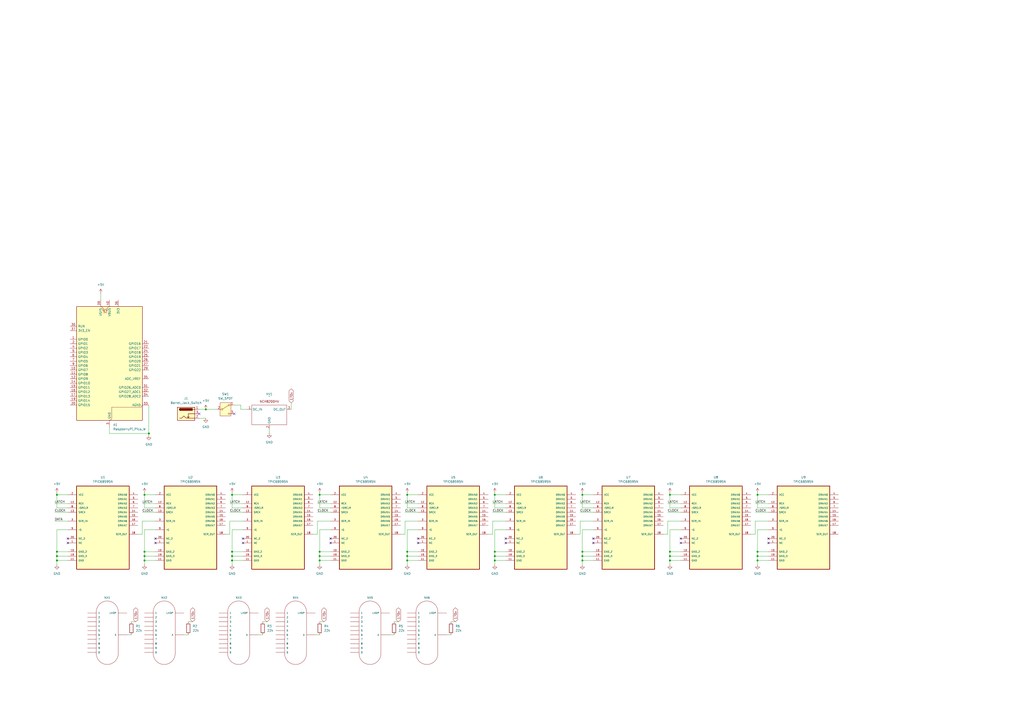
<source format=kicad_sch>
(kicad_sch (version 20250114) (generator "eeschema") (generator_version "9.0")
  (paper "A2")
  (lib_symbols
    (symbol "170v:NCH8200HV"
      (property "Reference" "HV" (at 0 3.302 0))
      (symbol "NCH8200HV_0_1"
        (rectangle (start -10.16 -1.27) (end 10.16 -12.7))
      )
      (symbol "NCH8200HV_1_1"
        (text "NCH8200HV" (at 0 0.762 0) (effects (font (size 1.27 1.27))))
        (pin power_in line (at -12.7 -3.81 0) (length 2.54) (name "DC_IN") (number "1"))
        (pin bidirectional line (at 0 -15.24 90) (length 2.54) (name "GND") (number "2"))
        (pin power_out line (at 12.7 -3.81 180) (length 2.54) (name "DC_OUT") (number "3"))
      )
    )
    (symbol "Connector:Barrel_Jack_Switch" (pin_names (hide yes))
      (property "Reference" "J" (at 0 5.334 0))
      (property "Value" "Barrel_Jack_Switch" (at 0 -5.08 0))
      (symbol "Barrel_Jack_Switch_0_1"
        (rectangle (start -5.08 3.81) (end 5.08 -3.81) (stroke (width 0.254)) (fill (type background)))
        (polyline (pts (xy -3.81 -2.54) (xy -2.54 -2.54) (xy -1.27 -1.27) (xy 0 -2.54) (xy 2.54 -2.54) (xy 5.08 -2.54)) (stroke (width 0.254)))
        (arc (start -3.302 1.905) (mid -3.9343 2.54) (end -3.302 3.175) (stroke (width 0.254)))
        (arc (start -3.302 1.905) (mid -3.9343 2.54) (end -3.302 3.175) (stroke (width 0.254)) (fill (type outline)))
        (polyline (pts (xy 1.27 -2.286) (xy 1.905 -1.651)) (stroke (width 0.254)))
        (rectangle (start 3.683 3.175) (end -3.302 1.905) (stroke (width 0.254)) (fill (type outline)))
        (polyline (pts (xy 5.08 2.54) (xy 3.81 2.54)) (stroke (width 0.254)))
        (polyline (pts (xy 5.08 0) (xy 1.27 0) (xy 1.27 -2.286) (xy 0.635 -1.651)) (stroke (width 0.254)))
      )
      (symbol "Barrel_Jack_Switch_1_1"
        (pin passive line (at 7.62 2.54 180) (length 2.54) (name "~") (number "1"))
        (pin passive line (at 7.62 0 180) (length 2.54) (name "~") (number "3"))
        (pin passive line (at 7.62 -2.54 180) (length 2.54) (name "~") (number "2"))
      )
    )
    (symbol "Device:R" (pin_numbers (hide yes)) (pin_names (offset 0))
      (property "Reference" "R" (at 2.032 0 90))
      (property "Value" "R" (at 0 0 90))
      (symbol "R_0_1"
        (rectangle (start -1.016 -2.54) (end 1.016 2.54) (stroke (width 0.254)))
      )
      (symbol "R_1_1"
        (pin passive line (at 0 3.81 270) (length 1.27) (name "~") (number "1"))
        (pin passive line (at 0 -3.81 90) (length 1.27) (name "~") (number "2"))
      )
    )
    (symbol "MCU_Module:RaspberryPi_Pico_W" (pin_names (offset 0.762))
      (property "Reference" "A" (at -19.05 35.56 0))
      (property "Value" "RaspberryPi_Pico_W" (at 7.62 35.56 0))
      (symbol "RaspberryPi_Pico_W_0_1"
        (rectangle (start -19.05 34.29) (end 19.05 -31.75) (stroke (width 0.254)) (fill (type background)))
        (polyline (pts (xy -5.08 34.29) (xy -3.81 33.655) (xy -3.81 31.75) (xy -3.175 31.75)))
        (polyline (pts (xy -3.429 32.766) (xy -3.429 33.02) (xy -3.175 33.02) (xy -3.175 30.48) (xy -2.921 30.48) (xy -2.921 30.734)))
        (polyline (pts (xy -3.175 31.75) (xy -1.905 33.02) (xy -1.905 30.48) (xy -3.175 31.75)))
        (polyline (pts (xy 0 34.29) (xy -1.27 33.655) (xy -1.27 31.75) (xy -1.905 31.75)))
        (polyline (pts (xy 0 -31.75) (xy 1.27 -31.115) (xy 1.27 -24.13) (xy 18.415 -24.13) (xy 19.05 -22.86)))
      )
      (symbol "RaspberryPi_Pico_W_1_1"
        (pin passive line (at -22.86 22.86 0) (length 3.81) (name "RUN") (number "30"))
        (pin passive line (at -22.86 20.32 0) (length 3.81) (name "3V3_EN") (number "37"))
        (pin bidirectional line (at -22.86 15.24 0) (length 3.81) (name "GPIO0") (number "1"))
        (pin bidirectional line (at -22.86 12.7 0) (length 3.81) (name "GPIO1") (number "2"))
        (pin bidirectional line (at -22.86 10.16 0) (length 3.81) (name "GPIO2") (number "4"))
        (pin bidirectional line (at -22.86 7.62 0) (length 3.81) (name "GPIO3") (number "5"))
        (pin bidirectional line (at -22.86 5.08 0) (length 3.81) (name "GPIO4") (number "6"))
        (pin bidirectional line (at -22.86 2.54 0) (length 3.81) (name "GPIO5") (number "7"))
        (pin bidirectional line (at -22.86 0 0) (length 3.81) (name "GPIO6") (number "9"))
        (pin bidirectional line (at -22.86 -2.54 0) (length 3.81) (name "GPIO7") (number "10"))
        (pin bidirectional line (at -22.86 -5.08 0) (length 3.81) (name "GPIO8") (number "11"))
        (pin bidirectional line (at -22.86 -7.62 0) (length 3.81) (name "GPIO9") (number "12"))
        (pin bidirectional line (at -22.86 -10.16 0) (length 3.81) (name "GPIO10") (number "14"))
        (pin bidirectional line (at -22.86 -12.7 0) (length 3.81) (name "GPIO11") (number "15"))
        (pin bidirectional line (at -22.86 -15.24 0) (length 3.81) (name "GPIO12") (number "16"))
        (pin bidirectional line (at -22.86 -17.78 0) (length 3.81) (name "GPIO13") (number "17"))
        (pin bidirectional line (at -22.86 -20.32 0) (length 3.81) (name "GPIO14") (number "19"))
        (pin bidirectional line (at -22.86 -22.86 0) (length 3.81) (name "GPIO15") (number "20"))
        (pin power_in line (at -5.08 38.1 270) (length 3.81) (name "VSYS") (number "39"))
        (pin power_out line (at 0 38.1 270) (length 3.81) (name "VBUS") (number "40"))
        (pin passive line (at 0 -35.56 90) (length 3.81) (hide yes) (name "GND") (number "13"))
        (pin passive line (at 0 -35.56 90) (length 3.81) (hide yes) (name "GND") (number "18"))
        (pin passive line (at 0 -35.56 90) (length 3.81) (hide yes) (name "GND") (number "23"))
        (pin passive line (at 0 -35.56 90) (length 3.81) (hide yes) (name "GND") (number "28"))
        (pin power_out line (at 0 -35.56 90) (length 3.81) (name "GND") (number "3"))
        (pin passive line (at 0 -35.56 90) (length 3.81) (hide yes) (name "GND") (number "38"))
        (pin passive line (at 0 -35.56 90) (length 3.81) (hide yes) (name "GND") (number "8"))
        (pin power_out line (at 5.08 38.1 270) (length 3.81) (name "3V3") (number "36"))
        (pin bidirectional line (at 22.86 12.7 180) (length 3.81) (name "GPIO16") (number "21"))
        (pin bidirectional line (at 22.86 10.16 180) (length 3.81) (name "GPIO17") (number "22"))
        (pin bidirectional line (at 22.86 7.62 180) (length 3.81) (name "GPIO18") (number "24"))
        (pin bidirectional line (at 22.86 5.08 180) (length 3.81) (name "GPIO19") (number "25"))
        (pin bidirectional line (at 22.86 2.54 180) (length 3.81) (name "GPIO20") (number "26"))
        (pin bidirectional line (at 22.86 0 180) (length 3.81) (name "GPIO21") (number "27"))
        (pin bidirectional line (at 22.86 -2.54 180) (length 3.81) (name "GPIO22") (number "29"))
        (pin power_in line (at 22.86 -7.62 180) (length 3.81) (name "ADC_VREF") (number "35"))
        (pin bidirectional line (at 22.86 -12.7 180) (length 3.81) (name "GPIO26_ADC0") (number "31"))
        (pin bidirectional line (at 22.86 -15.24 180) (length 3.81) (name "GPIO27_ADC1") (number "32"))
        (pin bidirectional line (at 22.86 -17.78 180) (length 3.81) (name "GPIO28_ADC2") (number "34"))
        (pin power_out line (at 22.86 -22.86 180) (length 3.81) (name "AGND") (number "33"))
      )
    )
    (symbol "Switch:SW_SPDT" (pin_names (offset 0) (hide yes))
      (property "Reference" "SW" (at 0 5.08 0))
      (property "Value" "SW_SPDT" (at 0 -5.08 0))
      (symbol "SW_SPDT_0_1"
        (circle (center -2.032 0) (radius 0.4572))
        (polyline (pts (xy -1.651 0.254) (xy 1.651 2.286)))
        (circle (center 2.032 2.54) (radius 0.4572))
        (circle (center 2.032 -2.54) (radius 0.4572))
      )
      (symbol "SW_SPDT_1_1"
        (rectangle (start -3.175 3.81) (end 3.175 -3.81) (fill (type background)))
        (pin passive line (at -5.08 0 0) (length 2.54) (name "B") (number "2"))
        (pin passive line (at 5.08 2.54 180) (length 2.54) (name "A") (number "1"))
        (pin passive line (at 5.08 -2.54 180) (length 2.54) (name "C") (number "3"))
      )
    )
    (symbol "TPIC6B595N:TPIC6B595N" (pin_names (offset 1.016))
      (property "Reference" "U" (at -5.5635 21.6698 0))
      (property "Value" "TPIC6B595N" (at -5.3165 -30.7033 0))
      (symbol "TPIC6B595N_0_0"
        (rectangle (start -15.24 -27.94) (end 15.24 20.32) (stroke (width 0.4064)) (fill (type background)))
        (pin power_in line (at -20.32 15.24 0) (length 5.08) (name "VCC") (number "2"))
        (pin input line (at -20.32 10.16 0) (length 5.08) (name "RCK") (number "12"))
        (pin input line (at -20.32 7.62 0) (length 5.08) (name "~SRCLR") (number "8"))
        (pin input line (at -20.32 5.08 0) (length 5.08) (name "SRCK") (number "13"))
        (pin input line (at -20.32 0 0) (length 5.08) (name "SER_IN") (number "3"))
        (pin input line (at -20.32 -5.08 0) (length 5.08) (name "~G") (number "9"))
        (pin no_connect line (at -20.32 -10.16 0) (length 5.08) (name "NC_2") (number "20"))
        (pin no_connect line (at -20.32 -12.7 0) (length 5.08) (name "NC") (number "1"))
        (pin passive line (at -20.32 -17.78 0) (length 5.08) (name "GND_2") (number "10"))
        (pin passive line (at -20.32 -20.32 0) (length 5.08) (name "GND_3") (number "19"))
        (pin passive line (at -20.32 -22.86 0) (length 5.08) (name "GND") (number "11"))
        (pin output line (at 20.32 15.24 180) (length 5.08) (name "DRAIN0") (number "4"))
        (pin output line (at 20.32 12.7 180) (length 5.08) (name "DRAIN1") (number "5"))
        (pin output line (at 20.32 10.16 180) (length 5.08) (name "DRAIN2") (number "6"))
        (pin output line (at 20.32 7.62 180) (length 5.08) (name "DRAIN3") (number "7"))
        (pin output line (at 20.32 5.08 180) (length 5.08) (name "DRAIN4") (number "14"))
        (pin output line (at 20.32 2.54 180) (length 5.08) (name "DRAIN5") (number "15"))
        (pin output line (at 20.32 0 180) (length 5.08) (name "DRAIN6") (number "16"))
        (pin output line (at 20.32 -2.54 180) (length 5.08) (name "DRAIN7") (number "17"))
        (pin output line (at 20.32 -7.62 180) (length 5.08) (name "SER_OUT") (number "18"))
      )
    )
    (symbol "nixies-us:IN-12BORIGINAL" (pin_numbers (hide yes)) (pin_names (offset 1.016))
      (property "Reference" "NX" (at -4.445 20.955 0))
      (symbol "IN-12BORIGINAL_1_0"
        (polyline (pts (xy -7.62 -10.795) (xy -7.62 13.335)))
        (polyline (pts (xy 5.08 -10.795) (xy 5.08 13.335)))
      )
      (symbol "IN-12BORIGINAL_1_1"
        (arc (start -7.62 13.335) (mid -1.27 19.685) (end 5.08 13.335))
        (arc (start 5.08 -10.795) (mid -1.27 -17.145) (end -7.62 -10.795))
        (pin bidirectional line (at -12.7 12.7 0) (length 5.08) (name "1") (number "1"))
        (pin bidirectional line (at -12.7 10.16 0) (length 5.08) (name "2") (number "2"))
        (pin bidirectional line (at -12.7 7.62 0) (length 5.08) (name "3") (number "3"))
        (pin bidirectional line (at -12.7 5.08 0) (length 5.08) (name "4") (number "4"))
        (pin bidirectional line (at -12.7 2.54 0) (length 5.08) (name "5") (number "5"))
        (pin bidirectional line (at -12.7 0 0) (length 5.08) (name "6") (number "6"))
        (pin bidirectional line (at -12.7 -2.54 0) (length 5.08) (name "7") (number "7"))
        (pin bidirectional line (at -12.7 -5.08 0) (length 5.08) (name "8") (number "8"))
        (pin bidirectional line (at -12.7 -7.62 0) (length 5.08) (name "9") (number "9"))
        (pin bidirectional line (at -12.7 -10.16 0) (length 5.08) (name "0") (number "0"))
        (pin bidirectional line (at 10.16 12.7 180) (length 5.08) (name "LHDP") (number "LHDP"))
        (pin bidirectional line (at 10.16 0 180) (length 5.08) (name "A") (number "A"))
      )
    )
    (symbol "power:+5V" (power) (pin_numbers (hide yes)) (pin_names (offset 0) (hide yes))
      (property "Value" "+5V" (at 0 3.556 0))
      (symbol "+5V_0_1"
        (polyline (pts (xy -0.762 1.27) (xy 0 2.54)))
        (polyline (pts (xy 0 2.54) (xy 0.762 1.27)))
        (polyline (pts (xy 0 0) (xy 0 2.54)))
      )
      (symbol "+5V_1_1"
        (pin power_in line (at 0 0 90) (length 0) (name "~") (number "1"))
      )
    )
    (symbol "power:GND" (power) (pin_numbers (hide yes)) (pin_names (offset 0) (hide yes))
      (property "Value" "GND" (at 0 -3.81 0))
      (symbol "GND_0_1"
        (polyline (pts (xy 0 0) (xy 0 -1.27) (xy 1.27 -1.27) (xy 0 -2.54) (xy -1.27 -1.27) (xy 0 -1.27)))
      )
      (symbol "GND_1_1"
        (pin power_in line (at 0 0 270) (length 0) (name "~") (number "1"))
      )
    )
  )
  (junction (at 33.02 322.58))
  (junction (at 439.42 320.04))
  (junction (at 236.22 325.12))
  (junction (at 134.62 325.12))
  (junction (at 287.02 322.58))
  (junction (at 83.82 325.12))
  (junction (at 185.42 287.02))
  (junction (at 439.42 287.02))
  (junction (at 185.42 325.12))
  (junction (at 185.42 322.58))
  (junction (at 185.42 320.04))
  (junction (at 119.38 237.49))
  (junction (at 439.42 322.58))
  (junction (at 134.62 322.58))
  (junction (at 33.02 320.04))
  (junction (at 388.62 320.04))
  (junction (at 388.62 322.58))
  (junction (at 33.02 325.12))
  (junction (at 388.62 325.12))
  (junction (at 439.42 325.12))
  (junction (at 337.82 287.02))
  (junction (at 388.62 287.02))
  (junction (at 236.22 287.02))
  (junction (at 337.82 325.12))
  (junction (at 134.62 287.02))
  (junction (at 287.02 325.12))
  (junction (at 83.82 322.58))
  (junction (at 337.82 322.58))
  (junction (at 236.22 322.58))
  (junction (at 287.02 320.04))
  (junction (at 134.62 320.04))
  (junction (at 33.02 287.02))
  (junction (at 83.82 320.04))
  (junction (at 337.82 320.04))
  (junction (at 83.82 287.02))
  (junction (at 236.22 320.04))
  (junction (at 86.36 251.46))
  (junction (at 287.02 287.02))
  (no_connect (at 140.97 314.96))
  (no_connect (at 90.17 314.96))
  (no_connect (at 191.77 314.96))
  (no_connect (at 394.97 312.42))
  (no_connect (at 344.17 314.96))
  (no_connect (at 445.77 312.42))
  (no_connect (at 140.97 312.42))
  (no_connect (at 115.57 240.03))
  (no_connect (at 344.17 312.42))
  (no_connect (at 39.37 314.96))
  (no_connect (at 39.37 312.42))
  (no_connect (at 242.57 314.96))
  (no_connect (at 135.89 240.03))
  (no_connect (at 191.77 312.42))
  (no_connect (at 445.77 314.96))
  (no_connect (at 90.17 312.42))
  (no_connect (at 394.97 314.96))
  (no_connect (at 293.37 312.42))
  (no_connect (at 242.57 312.42))
  (no_connect (at 293.37 314.96))
  (wire (pts (xy 31.75 292.1) (xy 39.37 292.1)))
  (wire (pts (xy 33.02 287.02) (xy 33.02 285.75)))
  (wire (pts (xy 344.17 307.34) (xy 337.82 307.34)))
  (wire (pts (xy 31.75 297.18) (xy 39.37 297.18)))
  (wire (pts (xy 388.62 320.04) (xy 388.62 322.58)))
  (wire (pts (xy 388.62 294.64) (xy 388.62 287.02)))
  (wire (pts (xy 140.97 307.34) (xy 134.62 307.34)))
  (wire (pts (xy 185.42 287.02) (xy 185.42 285.75)))
  (wire (pts (xy 285.75 302.26) (xy 293.37 302.26)))
  (wire (pts (xy 83.82 322.58) (xy 90.17 322.58)))
  (wire (pts (xy 287.02 322.58) (xy 287.02 325.12)))
  (wire (pts (xy 334.01 309.88) (xy 336.55 309.88)))
  (wire (pts (xy 33.02 325.12) (xy 33.02 327.66)))
  (wire (pts (xy 140.97 287.02) (xy 134.62 287.02)))
  (wire (pts (xy 336.55 309.88) (xy 336.55 302.26)))
  (wire (pts (xy 236.22 322.58) (xy 236.22 325.12)))
  (wire (pts (xy 283.21 309.88) (xy 285.75 309.88)))
  (wire (pts (xy 228.6 360.68) (xy 231.14 360.68)))
  (wire (pts (xy 115.57 242.57) (xy 119.38 242.57)))
  (wire (pts (xy 134.62 325.12) (xy 134.62 327.66)))
  (wire (pts (xy 236.22 320.04) (xy 236.22 322.58)))
  (wire (pts (xy 287.02 322.58) (xy 293.37 322.58)))
  (wire (pts (xy 168.91 233.68) (xy 168.91 237.49)))
  (wire (pts (xy 232.41 309.88) (xy 234.95 309.88)))
  (wire (pts (xy 388.62 325.12) (xy 394.97 325.12)))
  (wire (pts (xy 149.86 368.3) (xy 152.4 368.3)))
  (wire (pts (xy 184.15 297.18) (xy 191.77 297.18)))
  (wire (pts (xy 435.61 309.88) (xy 438.15 309.88)))
  (wire (pts (xy 33.02 320.04) (xy 39.37 320.04)))
  (wire (pts (xy 39.37 307.34) (xy 33.02 307.34)))
  (wire (pts (xy 336.55 292.1) (xy 344.17 292.1)))
  (wire (pts (xy 445.77 294.64) (xy 439.42 294.64)))
  (wire (pts (xy 344.17 287.02) (xy 337.82 287.02)))
  (wire (pts (xy 135.89 234.95) (xy 139.7 234.95)))
  (wire (pts (xy 287.02 325.12) (xy 287.02 327.66)))
  (wire (pts (xy 90.17 294.64) (xy 83.82 294.64)))
  (wire (pts (xy 90.17 307.34) (xy 83.82 307.34)))
  (wire (pts (xy 337.82 294.64) (xy 337.82 287.02)))
  (wire (pts (xy 152.4 360.68) (xy 154.94 360.68)))
  (wire (pts (xy 185.42 320.04) (xy 191.77 320.04)))
  (wire (pts (xy 439.42 294.64) (xy 439.42 287.02)))
  (wire (pts (xy 83.82 320.04) (xy 90.17 320.04)))
  (wire (pts (xy 191.77 294.64) (xy 185.42 294.64)))
  (wire (pts (xy 387.35 292.1) (xy 394.97 292.1)))
  (wire (pts (xy 387.35 297.18) (xy 394.97 297.18)))
  (wire (pts (xy 438.15 292.1) (xy 445.77 292.1)))
  (wire (pts (xy 236.22 325.12) (xy 242.57 325.12)))
  (wire (pts (xy 439.42 322.58) (xy 439.42 325.12)))
  (wire (pts (xy 133.35 292.1) (xy 140.97 292.1)))
  (wire (pts (xy 439.42 287.02) (xy 439.42 285.75)))
  (wire (pts (xy 134.62 325.12) (xy 140.97 325.12)))
  (wire (pts (xy 285.75 309.88) (xy 285.75 302.26)))
  (wire (pts (xy 185.42 320.04) (xy 185.42 322.58)))
  (wire (pts (xy 287.02 325.12) (xy 293.37 325.12)))
  (wire (pts (xy 242.57 307.34) (xy 236.22 307.34)))
  (wire (pts (xy 33.02 320.04) (xy 33.02 322.58)))
  (wire (pts (xy 439.42 320.04) (xy 439.42 322.58)))
  (wire (pts (xy 82.55 292.1) (xy 90.17 292.1)))
  (wire (pts (xy 287.02 307.34) (xy 287.02 320.04)))
  (wire (pts (xy 184.15 302.26) (xy 191.77 302.26)))
  (wire (pts (xy 83.82 322.58) (xy 83.82 325.12)))
  (wire (pts (xy 242.57 294.64) (xy 236.22 294.64)))
  (wire (pts (xy 285.75 292.1) (xy 293.37 292.1)))
  (wire (pts (xy 63.5 251.46) (xy 86.36 251.46)))
  (wire (pts (xy 337.82 320.04) (xy 337.82 322.58)))
  (wire (pts (xy 387.35 302.26) (xy 394.97 302.26)))
  (wire (pts (xy 73.66 368.3) (xy 76.2 368.3)))
  (wire (pts (xy 90.17 287.02) (xy 83.82 287.02)))
  (wire (pts (xy 234.95 292.1) (xy 242.57 292.1)))
  (wire (pts (xy 83.82 325.12) (xy 83.82 327.66)))
  (wire (pts (xy 388.62 307.34) (xy 388.62 320.04)))
  (wire (pts (xy 33.02 307.34) (xy 33.02 320.04)))
  (wire (pts (xy 285.75 297.18) (xy 293.37 297.18)))
  (wire (pts (xy 182.88 368.3) (xy 185.42 368.3)))
  (wire (pts (xy 80.01 309.88) (xy 82.55 309.88)))
  (wire (pts (xy 185.42 322.58) (xy 185.42 325.12)))
  (wire (pts (xy 134.62 322.58) (xy 140.97 322.58)))
  (wire (pts (xy 109.22 360.68) (xy 111.76 360.68)))
  (wire (pts (xy 31.75 302.26) (xy 39.37 302.26)))
  (wire (pts (xy 185.42 325.12) (xy 191.77 325.12)))
  (wire (pts (xy 185.42 322.58) (xy 191.77 322.58)))
  (wire (pts (xy 438.15 309.88) (xy 438.15 302.26)))
  (wire (pts (xy 388.62 325.12) (xy 388.62 327.66)))
  (wire (pts (xy 139.7 237.49) (xy 143.51 237.49)))
  (wire (pts (xy 344.17 294.64) (xy 337.82 294.64)))
  (wire (pts (xy 140.97 294.64) (xy 134.62 294.64)))
  (wire (pts (xy 439.42 322.58) (xy 445.77 322.58)))
  (wire (pts (xy 181.61 309.88) (xy 184.15 309.88)))
  (wire (pts (xy 185.42 325.12) (xy 185.42 327.66)))
  (wire (pts (xy 445.77 307.34) (xy 439.42 307.34)))
  (wire (pts (xy 83.82 307.34) (xy 83.82 320.04)))
  (wire (pts (xy 83.82 294.64) (xy 83.82 287.02)))
  (wire (pts (xy 388.62 322.58) (xy 388.62 325.12)))
  (wire (pts (xy 439.42 320.04) (xy 445.77 320.04)))
  (wire (pts (xy 384.81 309.88) (xy 387.35 309.88)))
  (wire (pts (xy 293.37 307.34) (xy 287.02 307.34)))
  (wire (pts (xy 387.35 309.88) (xy 387.35 302.26)))
  (wire (pts (xy 133.35 297.18) (xy 140.97 297.18)))
  (wire (pts (xy 293.37 294.64) (xy 287.02 294.64)))
  (wire (pts (xy 337.82 320.04) (xy 344.17 320.04)))
  (wire (pts (xy 39.37 294.64) (xy 33.02 294.64)))
  (wire (pts (xy 236.22 287.02) (xy 236.22 285.75)))
  (wire (pts (xy 130.81 309.88) (xy 133.35 309.88)))
  (wire (pts (xy 106.68 368.3) (xy 109.22 368.3)))
  (wire (pts (xy 185.42 294.64) (xy 185.42 287.02)))
  (wire (pts (xy 76.2 360.68) (xy 78.74 360.68)))
  (wire (pts (xy 439.42 325.12) (xy 439.42 327.66)))
  (wire (pts (xy 134.62 320.04) (xy 134.62 322.58)))
  (wire (pts (xy 82.55 297.18) (xy 90.17 297.18)))
  (wire (pts (xy 439.42 307.34) (xy 439.42 320.04)))
  (wire (pts (xy 33.02 294.64) (xy 33.02 287.02)))
  (wire (pts (xy 185.42 307.34) (xy 185.42 320.04)))
  (wire (pts (xy 33.02 325.12) (xy 39.37 325.12)))
  (wire (pts (xy 58.42 170.18) (xy 58.42 173.99)))
  (wire (pts (xy 236.22 307.34) (xy 236.22 320.04)))
  (wire (pts (xy 115.57 237.49) (xy 119.38 237.49)))
  (wire (pts (xy 184.15 292.1) (xy 191.77 292.1)))
  (wire (pts (xy 337.82 287.02) (xy 337.82 285.75)))
  (wire (pts (xy 134.62 322.58) (xy 134.62 325.12)))
  (wire (pts (xy 82.55 302.26) (xy 90.17 302.26)))
  (wire (pts (xy 82.55 309.88) (xy 82.55 302.26)))
  (wire (pts (xy 388.62 287.02) (xy 388.62 285.75)))
  (wire (pts (xy 185.42 360.68) (xy 187.96 360.68)))
  (wire (pts (xy 337.82 322.58) (xy 344.17 322.58)))
  (wire (pts (xy 293.37 287.02) (xy 287.02 287.02)))
  (wire (pts (xy 134.62 307.34) (xy 134.62 320.04)))
  (wire (pts (xy 236.22 320.04) (xy 242.57 320.04)))
  (wire (pts (xy 134.62 320.04) (xy 140.97 320.04)))
  (wire (pts (xy 337.82 325.12) (xy 344.17 325.12)))
  (wire (pts (xy 388.62 320.04) (xy 394.97 320.04)))
  (wire (pts (xy 191.77 307.34) (xy 185.42 307.34)))
  (wire (pts (xy 337.82 325.12) (xy 337.82 327.66)))
  (wire (pts (xy 63.5 247.65) (xy 63.5 251.46)))
  (wire (pts (xy 236.22 322.58) (xy 242.57 322.58)))
  (wire (pts (xy 33.02 322.58) (xy 39.37 322.58)))
  (wire (pts (xy 119.38 237.49) (xy 125.73 237.49)))
  (wire (pts (xy 394.97 287.02) (xy 388.62 287.02)))
  (wire (pts (xy 337.82 322.58) (xy 337.82 325.12)))
  (wire (pts (xy 439.42 325.12) (xy 445.77 325.12)))
  (wire (pts (xy 259.08 368.3) (xy 261.62 368.3)))
  (wire (pts (xy 134.62 294.64) (xy 134.62 287.02)))
  (wire (pts (xy 438.15 302.26) (xy 445.77 302.26)))
  (wire (pts (xy 261.62 360.68) (xy 264.16 360.68)))
  (wire (pts (xy 242.57 287.02) (xy 236.22 287.02)))
  (wire (pts (xy 83.82 320.04) (xy 83.82 322.58)))
  (wire (pts (xy 33.02 322.58) (xy 33.02 325.12)))
  (wire (pts (xy 39.37 287.02) (xy 33.02 287.02)))
  (wire (pts (xy 184.15 309.88) (xy 184.15 302.26)))
  (wire (pts (xy 133.35 302.26) (xy 140.97 302.26)))
  (wire (pts (xy 438.15 297.18) (xy 445.77 297.18)))
  (wire (pts (xy 394.97 294.64) (xy 388.62 294.64)))
  (wire (pts (xy 287.02 294.64) (xy 287.02 287.02)))
  (wire (pts (xy 134.62 287.02) (xy 134.62 285.75)))
  (wire (pts (xy 226.06 368.3) (xy 228.6 368.3)))
  (wire (pts (xy 236.22 325.12) (xy 236.22 327.66)))
  (wire (pts (xy 86.36 251.46) (xy 86.36 252.73)))
  (wire (pts (xy 287.02 320.04) (xy 287.02 322.58)))
  (wire (pts (xy 234.95 302.26) (xy 242.57 302.26)))
  (wire (pts (xy 445.77 287.02) (xy 439.42 287.02)))
  (wire (pts (xy 156.21 248.92) (xy 156.21 251.46)))
  (wire (pts (xy 234.95 309.88) (xy 234.95 302.26)))
  (wire (pts (xy 337.82 307.34) (xy 337.82 320.04)))
  (wire (pts (xy 83.82 287.02) (xy 83.82 285.75)))
  (wire (pts (xy 83.82 325.12) (xy 90.17 325.12)))
  (wire (pts (xy 394.97 307.34) (xy 388.62 307.34)))
  (wire (pts (xy 287.02 320.04) (xy 293.37 320.04)))
  (wire (pts (xy 191.77 287.02) (xy 185.42 287.02)))
  (wire (pts (xy 234.95 297.18) (xy 242.57 297.18)))
  (wire (pts (xy 133.35 309.88) (xy 133.35 302.26)))
  (wire (pts (xy 287.02 287.02) (xy 287.02 285.75)))
  (wire (pts (xy 388.62 322.58) (xy 394.97 322.58)))
  (wire (pts (xy 139.7 234.95) (xy 139.7 237.49)))
  (wire (pts (xy 336.55 297.18) (xy 344.17 297.18)))
  (wire (pts (xy 86.36 251.46) (xy 86.36 234.95)))
  (wire (pts (xy 236.22 294.64) (xy 236.22 287.02)))
  (wire (pts (xy 336.55 302.26) (xy 344.17 302.26)))
  (label "LATCH" (at 336.55 292.1 0))
  (label "LATCH" (at 234.95 292.1 0))
  (label "DATA" (at 31.75 302.26 0))
  (label "CLOCK" (at 82.55 297.18 0))
  (label "LATCH" (at 133.35 292.1 0))
  (label "CLOCK" (at 133.35 297.18 0))
  (label "CLOCK" (at 336.55 297.18 0))
  (label "LATCH" (at 82.55 292.1 0))
  (label "LATCH" (at 31.75 292.1 0))
  (label "LATCH" (at 438.15 292.1 0))
  (label "CLOCK" (at 31.75 297.18 0))
  (label "CLOCK" (at 438.15 297.18 0))
  (label "LATCH" (at 387.35 292.1 0))
  (label "CLOCK" (at 285.75 297.18 0))
  (label "LATCH" (at 285.75 292.1 0))
  (label "CLOCK" (at 234.95 297.18 0))
  (label "LATCH" (at 184.15 292.1 0))
  (label "CLOCK" (at 387.35 297.18 0))
  (label "CLOCK" (at 184.15 297.18 0))
  (global_label "170v" (shape tri_state) (at 168.91 233.68 90) (property "Intersheetrefs" "${INTERSHEET_REFS}" (effects (hide yes))))
  (global_label "170v" (shape tri_state) (at 154.94 360.68 90) (property "Intersheetrefs" "${INTERSHEET_REFS}" (effects (hide yes))))
  (global_label "170v" (shape tri_state) (at 231.14 360.68 90) (property "Intersheetrefs" "${INTERSHEET_REFS}" (effects (hide yes))))
  (global_label "170v" (shape tri_state) (at 264.16 360.68 90) (property "Intersheetrefs" "${INTERSHEET_REFS}" (effects (hide yes))))
  (global_label "170v" (shape tri_state) (at 111.76 360.68 90) (property "Intersheetrefs" "${INTERSHEET_REFS}" (effects (hide yes))))
  (global_label "170v" (shape tri_state) (at 78.74 360.68 90) (property "Intersheetrefs" "${INTERSHEET_REFS}" (effects (hide yes))))
  (global_label "170v" (shape tri_state) (at 187.96 360.68 90) (property "Intersheetrefs" "${INTERSHEET_REFS}" (effects (hide yes))))
  (symbol (lib_id "Device:R") (at 261.62 364.49 0) (unit 1)
    (property "Reference" "R6" (at 264.16 363.2199 0) (effects (justify left)))
    (property "Value" "22k" (at 264.16 365.7599 0) (effects (justify left)))
    (property "Footprint" "Resistor_THT:R_Axial_DIN0207_L6.3mm_D2.5mm_P10.16mm_Horizontal" (effects (hide yes)))
    (property "Description" "Resistor" (effects (hide yes)))
  )
  (symbol (lib_id "power:+5V") (at 83.82 285.75 0) (unit 1)
    (property "Reference" "#PWR03" (effects (hide yes)))
    (property "Value" "+5V" (at 83.82 280.67 0))
    (property "Description" "Power symbol creates a global label with name \"+5V\"" (effects (hide yes)))
  )
  (symbol (lib_id "power:GND") (at 236.22 327.66 0) (unit 1)
    (property "Reference" "#PWR010" (effects (hide yes)))
    (property "Value" "GND" (at 236.22 332.74 0))
    (property "Description" "Power symbol creates a global label with name \"GND\" , ground" (effects (hide yes)))
  )
  (symbol (lib_id "TPIC6B595N:TPIC6B595N") (at 212.09 302.26 0) (unit 1)
    (property "Reference" "U4" (at 212.09 276.86 0))
    (property "Value" "TPIC6B595N" (at 212.09 279.4 0))
    (property "Footprint" "TPIC6B595N:DIP254P762X508-20" (effects (hide yes)))
    (property "SUPPLIER" "Texas Instruments" (effects (hide yes)))
    (property "MPN" "TPIC6B595N" (effects (hide yes)))
    (property "OC_NEWARK" "15M1973" (effects (hide yes)))
    (property "OC_FARNELL" "1287675" (effects (hide yes)))
    (property "PACKAGE" "PDIP-20" (effects (hide yes)))
  )
  (symbol (lib_id "power:+5V") (at 287.02 285.75 0) (unit 1)
    (property "Reference" "#PWR011" (effects (hide yes)))
    (property "Value" "+5V" (at 287.02 280.67 0))
    (property "Description" "Power symbol creates a global label with name \"+5V\"" (effects (hide yes)))
  )
  (symbol (lib_id "Switch:SW_SPDT") (at 130.81 237.49 0) (unit 1)
    (property "Reference" "SW1" (at 130.81 228.6 0))
    (property "Value" "SW_SPDT" (at 130.81 231.14 0))
    (property "Footprint" "500SSP3S1M6QEA:SW_500SSP3S1M6QEA" (effects (hide yes)))
    (property "Description" "Switch, single pole double throw" (effects (hide yes)))
  )
  (symbol (lib_id "power:+5V") (at 388.62 285.75 0) (unit 1)
    (property "Reference" "#PWR015" (effects (hide yes)))
    (property "Value" "+5V" (at 388.62 280.67 0))
    (property "Description" "Power symbol creates a global label with name \"+5V\"" (effects (hide yes)))
  )
  (symbol (lib_id "nixies-us:IN-12BORIGINAL") (at 248.92 368.3 0) (unit 1)
    (property "Reference" "NX6" (at 247.65 346.71 0) (effects (font (size 1.143 1.143))))
    (property "Value" "IN-12BORIGINAL" (effects (hide yes)))
    (property "Footprint" "nixies-us:nixies-us-IN-12-DSUB" (effects (hide yes)))
  )
  (symbol (lib_id "power:+5V") (at 33.02 285.75 0) (unit 1)
    (property "Reference" "#PWR02" (effects (hide yes)))
    (property "Value" "+5V" (at 33.02 280.67 0))
    (property "Description" "Power symbol creates a global label with name \"+5V\"" (effects (hide yes)))
  )
  (symbol (lib_id "Device:R") (at 228.6 364.49 0) (unit 1)
    (property "Reference" "R5" (at 231.14 363.2199 0) (effects (justify left)))
    (property "Value" "22k" (at 231.14 365.7599 0) (effects (justify left)))
    (property "Footprint" "Resistor_THT:R_Axial_DIN0207_L6.3mm_D2.5mm_P10.16mm_Horizontal" (effects (hide yes)))
    (property "Description" "Resistor" (effects (hide yes)))
  )
  (symbol (lib_id "power:GND") (at 287.02 327.66 0) (unit 1)
    (property "Reference" "#PWR012" (effects (hide yes)))
    (property "Value" "GND" (at 287.02 332.74 0))
    (property "Description" "Power symbol creates a global label with name \"GND\" , ground" (effects (hide yes)))
  )
  (symbol (lib_id "power:+5V") (at 134.62 285.75 0) (unit 1)
    (property "Reference" "#PWR05" (effects (hide yes)))
    (property "Value" "+5V" (at 134.62 280.67 0))
    (property "Description" "Power symbol creates a global label with name \"+5V\"" (effects (hide yes)))
  )
  (symbol (lib_id "MCU_Module:RaspberryPi_Pico_W") (at 63.5 212.09 0) (unit 1)
    (property "Reference" "A1" (at 65.6433 246.38 0) (effects (justify left)))
    (property "Value" "RaspberryPi_Pico_W" (at 65.6433 248.92 0) (effects (justify left)))
    (property "Footprint" "Module:RaspberryPi_Pico_W_SMD_HandSolder" (effects (hide yes)))
    (property "Datasheet" "https://datasheets.raspberrypi.com/picow/pico-w-datasheet.pdf" (effects (hide yes)))
    (property "Description" "Versatile and inexpensive wireless microcontroller module powered by RP2040 dual-core Arm Cortex-M0+ processor up to 133 MHz, 264kB SRAM, 2MB QSPI flash, Infineon CYW43439 2.4GHz 802.11n wireless LAN; also supports Raspberry Pi Pico 2 W" (effects (hide yes)))
  )
  (symbol (lib_id "TPIC6B595N:TPIC6B595N") (at 466.09 302.26 0) (unit 1)
    (property "Reference" "U9" (at 466.09 276.86 0))
    (property "Value" "TPIC6B595N" (at 466.09 279.4 0))
    (property "Footprint" "TPIC6B595N:DIP254P762X508-20" (effects (hide yes)))
    (property "SUPPLIER" "Texas Instruments" (effects (hide yes)))
    (property "MPN" "TPIC6B595N" (effects (hide yes)))
    (property "OC_NEWARK" "15M1973" (effects (hide yes)))
    (property "OC_FARNELL" "1287675" (effects (hide yes)))
    (property "PACKAGE" "PDIP-20" (effects (hide yes)))
  )
  (symbol (lib_id "TPIC6B595N:TPIC6B595N") (at 415.29 302.26 0) (unit 1)
    (property "Reference" "U8" (at 415.29 276.86 0))
    (property "Value" "TPIC6B595N" (at 415.29 279.4 0))
    (property "Footprint" "TPIC6B595N:DIP254P762X508-20" (effects (hide yes)))
    (property "SUPPLIER" "Texas Instruments" (effects (hide yes)))
    (property "MPN" "TPIC6B595N" (effects (hide yes)))
    (property "OC_NEWARK" "15M1973" (effects (hide yes)))
    (property "OC_FARNELL" "1287675" (effects (hide yes)))
    (property "PACKAGE" "PDIP-20" (effects (hide yes)))
  )
  (symbol (lib_id "Device:R") (at 76.2 364.49 0) (unit 1)
    (property "Reference" "R1" (at 78.74 363.2199 0) (effects (justify left)))
    (property "Value" "22k" (at 78.74 365.7599 0) (effects (justify left)))
    (property "Footprint" "Resistor_THT:R_Axial_DIN0207_L6.3mm_D2.5mm_P10.16mm_Horizontal" (effects (hide yes)))
    (property "Description" "Resistor" (effects (hide yes)))
  )
  (symbol (lib_id "power:+5V") (at 58.42 170.18 0) (unit 1)
    (property "Reference" "#PWR021" (effects (hide yes)))
    (property "Value" "+5V" (at 58.42 165.1 0))
    (property "Description" "Power symbol creates a global label with name \"+5V\"" (effects (hide yes)))
  )
  (symbol (lib_id "power:+5V") (at 119.38 237.49 0) (unit 1)
    (property "Reference" "#PWR019" (effects (hide yes)))
    (property "Value" "+5V" (at 119.38 232.41 0))
    (property "Description" "Power symbol creates a global label with name \"+5V\"" (effects (hide yes)))
  )
  (symbol (lib_id "power:+5V") (at 337.82 285.75 0) (unit 1)
    (property "Reference" "#PWR013" (effects (hide yes)))
    (property "Value" "+5V" (at 337.82 280.67 0))
    (property "Description" "Power symbol creates a global label with name \"+5V\"" (effects (hide yes)))
  )
  (symbol (lib_id "Connector:Barrel_Jack_Switch") (at 107.95 240.03 0) (unit 1)
    (property "Reference" "J1" (at 107.95 231.14 0))
    (property "Value" "Barrel_Jack_Switch" (at 107.95 233.68 0))
    (property "Description" "DC Barrel Jack with an internal switch" (effects (hide yes)))
  )
  (symbol (lib_id "power:GND") (at 388.62 327.66 0) (unit 1)
    (property "Reference" "#PWR016" (effects (hide yes)))
    (property "Value" "GND" (at 388.62 332.74 0))
    (property "Description" "Power symbol creates a global label with name \"GND\" , ground" (effects (hide yes)))
  )
  (symbol (lib_id "Device:R") (at 185.42 364.49 0) (unit 1)
    (property "Reference" "R4" (at 187.96 363.2199 0) (effects (justify left)))
    (property "Value" "22k" (at 187.96 365.7599 0) (effects (justify left)))
    (property "Footprint" "Resistor_THT:R_Axial_DIN0207_L6.3mm_D2.5mm_P10.16mm_Horizontal" (effects (hide yes)))
    (property "Description" "Resistor" (effects (hide yes)))
  )
  (symbol (lib_id "power:GND") (at 134.62 327.66 0) (unit 1)
    (property "Reference" "#PWR06" (effects (hide yes)))
    (property "Value" "GND" (at 134.62 332.74 0))
    (property "Description" "Power symbol creates a global label with name \"GND\" , ground" (effects (hide yes)))
  )
  (symbol (lib_id "power:GND") (at 33.02 327.66 0) (unit 1)
    (property "Reference" "#PWR01" (effects (hide yes)))
    (property "Value" "GND" (at 33.02 332.74 0))
    (property "Description" "Power symbol creates a global label with name \"GND\" , ground" (effects (hide yes)))
  )
  (symbol (lib_id "power:GND") (at 337.82 327.66 0) (unit 1)
    (property "Reference" "#PWR014" (effects (hide yes)))
    (property "Value" "GND" (at 337.82 332.74 0))
    (property "Description" "Power symbol creates a global label with name \"GND\" , ground" (effects (hide yes)))
  )
  (symbol (lib_id "power:GND") (at 185.42 327.66 0) (unit 1)
    (property "Reference" "#PWR08" (effects (hide yes)))
    (property "Value" "GND" (at 185.42 332.74 0))
    (property "Description" "Power symbol creates a global label with name \"GND\" , ground" (effects (hide yes)))
  )
  (symbol (lib_id "TPIC6B595N:TPIC6B595N") (at 59.69 302.26 0) (unit 1)
    (property "Reference" "U1" (at 59.69 276.86 0))
    (property "Value" "TPIC6B595N" (at 59.69 279.4 0))
    (property "Footprint" "TPIC6B595N:DIP254P762X508-20" (effects (hide yes)))
    (property "SUPPLIER" "Texas Instruments" (effects (hide yes)))
    (property "MPN" "TPIC6B595N" (effects (hide yes)))
    (property "OC_NEWARK" "15M1973" (effects (hide yes)))
    (property "OC_FARNELL" "1287675" (effects (hide yes)))
    (property "PACKAGE" "PDIP-20" (effects (hide yes)))
  )
  (symbol (lib_id "power:+5V") (at 236.22 285.75 0) (unit 1)
    (property "Reference" "#PWR09" (effects (hide yes)))
    (property "Value" "+5V" (at 236.22 280.67 0))
    (property "Description" "Power symbol creates a global label with name \"+5V\"" (effects (hide yes)))
  )
  (symbol (lib_id "nixies-us:IN-12BORIGINAL") (at 215.9 368.3 0) (unit 1)
    (property "Reference" "NX5" (at 214.63 346.71 0) (effects (font (size 1.143 1.143))))
    (property "Value" "IN-12BORIGINAL" (effects (hide yes)))
    (property "Footprint" "nixies-us:nixies-us-IN-12-DSUB" (effects (hide yes)))
  )
  (symbol (lib_id "power:+5V") (at 185.42 285.75 0) (unit 1)
    (property "Reference" "#PWR07" (effects (hide yes)))
    (property "Value" "+5V" (at 185.42 280.67 0))
    (property "Description" "Power symbol creates a global label with name \"+5V\"" (effects (hide yes)))
  )
  (symbol (lib_id "TPIC6B595N:TPIC6B595N") (at 262.89 302.26 0) (unit 1)
    (property "Reference" "U5" (at 262.89 276.86 0))
    (property "Value" "TPIC6B595N" (at 262.89 279.4 0))
    (property "Footprint" "TPIC6B595N:DIP254P762X508-20" (effects (hide yes)))
    (property "SUPPLIER" "Texas Instruments" (effects (hide yes)))
    (property "MPN" "TPIC6B595N" (effects (hide yes)))
    (property "OC_NEWARK" "15M1973" (effects (hide yes)))
    (property "OC_FARNELL" "1287675" (effects (hide yes)))
    (property "PACKAGE" "PDIP-20" (effects (hide yes)))
  )
  (symbol (lib_id "nixies-us:IN-12BORIGINAL") (at 63.5 368.3 0) (unit 1)
    (property "Reference" "NX1" (at 62.23 346.71 0) (effects (font (size 1.143 1.143))))
    (property "Value" "IN-12BORIGINAL" (effects (hide yes)))
    (property "Footprint" "nixies-us:nixies-us-IN-12-DSUB" (effects (hide yes)))
  )
  (symbol (lib_id "nixies-us:IN-12BORIGINAL") (at 139.7 368.3 0) (unit 1)
    (property "Reference" "NX3" (at 138.43 346.71 0) (effects (font (size 1.143 1.143))))
    (property "Value" "IN-12BORIGINAL" (effects (hide yes)))
    (property "Footprint" "nixies-us:nixies-us-IN-12-DSUB" (effects (hide yes)))
  )
  (symbol (lib_id "TPIC6B595N:TPIC6B595N") (at 313.69 302.26 0) (unit 1)
    (property "Reference" "U6" (at 313.69 276.86 0))
    (property "Value" "TPIC6B595N" (at 313.69 279.4 0))
    (property "Footprint" "TPIC6B595N:DIP254P762X508-20" (effects (hide yes)))
    (property "SUPPLIER" "Texas Instruments" (effects (hide yes)))
    (property "MPN" "TPIC6B595N" (effects (hide yes)))
    (property "OC_NEWARK" "15M1973" (effects (hide yes)))
    (property "OC_FARNELL" "1287675" (effects (hide yes)))
    (property "PACKAGE" "PDIP-20" (effects (hide yes)))
  )
  (symbol (lib_id "TPIC6B595N:TPIC6B595N") (at 161.29 302.26 0) (unit 1)
    (property "Reference" "U3" (at 161.29 276.86 0))
    (property "Value" "TPIC6B595N" (at 161.29 279.4 0))
    (property "Footprint" "TPIC6B595N:DIP254P762X508-20" (effects (hide yes)))
    (property "SUPPLIER" "Texas Instruments" (effects (hide yes)))
    (property "MPN" "TPIC6B595N" (effects (hide yes)))
    (property "OC_NEWARK" "15M1973" (effects (hide yes)))
    (property "OC_FARNELL" "1287675" (effects (hide yes)))
    (property "PACKAGE" "PDIP-20" (effects (hide yes)))
  )
  (symbol (lib_id "power:GND") (at 86.36 252.73 0) (unit 1)
    (property "Reference" "#PWR023" (effects (hide yes)))
    (property "Value" "GND" (at 86.36 257.81 0))
    (property "Description" "Power symbol creates a global label with name \"GND\" , ground" (effects (hide yes)))
  )
  (symbol (lib_id "TPIC6B595N:TPIC6B595N") (at 364.49 302.26 0) (unit 1)
    (property "Reference" "U7" (at 364.49 276.86 0))
    (property "Value" "TPIC6B595N" (at 364.49 279.4 0))
    (property "Footprint" "TPIC6B595N:DIP254P762X508-20" (effects (hide yes)))
    (property "SUPPLIER" "Texas Instruments" (effects (hide yes)))
    (property "MPN" "TPIC6B595N" (effects (hide yes)))
    (property "OC_NEWARK" "15M1973" (effects (hide yes)))
    (property "OC_FARNELL" "1287675" (effects (hide yes)))
    (property "PACKAGE" "PDIP-20" (effects (hide yes)))
  )
  (symbol (lib_id "power:GND") (at 83.82 327.66 0) (unit 1)
    (property "Reference" "#PWR04" (effects (hide yes)))
    (property "Value" "GND" (at 83.82 332.74 0))
    (property "Description" "Power symbol creates a global label with name \"GND\" , ground" (effects (hide yes)))
  )
  (symbol (lib_id "170v:NCH8200HV") (at 156.21 233.68 0) (unit 1)
    (property "Reference" "HV1" (at 156.21 228.6 0))
    (property "Value" "~" (at 156.21 229.87 0))
    (property "Footprint" "NCH8200HV:NCH8200HV" (effects (hide yes)))
  )
  (symbol (lib_id "Device:R") (at 152.4 364.49 0) (unit 1)
    (property "Reference" "R3" (at 154.94 363.2199 0) (effects (justify left)))
    (property "Value" "22k" (at 154.94 365.7599 0) (effects (justify left)))
    (property "Footprint" "Resistor_THT:R_Axial_DIN0207_L6.3mm_D2.5mm_P10.16mm_Horizontal" (effects (hide yes)))
    (property "Description" "Resistor" (effects (hide yes)))
  )
  (symbol (lib_id "Device:R") (at 109.22 364.49 0) (unit 1)
    (property "Reference" "R2" (at 111.76 363.2199 0) (effects (justify left)))
    (property "Value" "22k" (at 111.76 365.7599 0) (effects (justify left)))
    (property "Footprint" "Resistor_THT:R_Axial_DIN0207_L6.3mm_D2.5mm_P10.16mm_Horizontal" (effects (hide yes)))
    (property "Description" "Resistor" (effects (hide yes)))
  )
  (symbol (lib_id "nixies-us:IN-12BORIGINAL") (at 96.52 368.3 0) (unit 1)
    (property "Reference" "NX2" (at 95.25 346.71 0) (effects (font (size 1.143 1.143))))
    (property "Value" "IN-12BORIGINAL" (effects (hide yes)))
    (property "Footprint" "nixies-us:nixies-us-IN-12-DSUB" (effects (hide yes)))
  )
  (symbol (lib_id "power:GND") (at 439.42 327.66 0) (unit 1)
    (property "Reference" "#PWR018" (effects (hide yes)))
    (property "Value" "GND" (at 439.42 332.74 0))
    (property "Description" "Power symbol creates a global label with name \"GND\" , ground" (effects (hide yes)))
  )
  (symbol (lib_id "power:+5V") (at 439.42 285.75 0) (unit 1)
    (property "Reference" "#PWR017" (effects (hide yes)))
    (property "Value" "+5V" (at 439.42 280.67 0))
    (property "Description" "Power symbol creates a global label with name \"+5V\"" (effects (hide yes)))
  )
  (symbol (lib_id "power:GND") (at 156.21 251.46 0) (unit 1)
    (property "Reference" "#PWR022" (effects (hide yes)))
    (property "Value" "GND" (at 156.21 256.54 0))
    (property "Description" "Power symbol creates a global label with name \"GND\" , ground" (effects (hide yes)))
  )
  (symbol (lib_id "TPIC6B595N:TPIC6B595N") (at 110.49 302.26 0) (unit 1)
    (property "Reference" "U2" (at 110.49 276.86 0))
    (property "Value" "TPIC6B595N" (at 110.49 279.4 0))
    (property "Footprint" "TPIC6B595N:DIP254P762X508-20" (effects (hide yes)))
    (property "SUPPLIER" "Texas Instruments" (effects (hide yes)))
    (property "MPN" "TPIC6B595N" (effects (hide yes)))
    (property "OC_NEWARK" "15M1973" (effects (hide yes)))
    (property "OC_FARNELL" "1287675" (effects (hide yes)))
    (property "PACKAGE" "PDIP-20" (effects (hide yes)))
  )
  (symbol (lib_id "nixies-us:IN-12BORIGINAL") (at 172.72 368.3 0) (unit 1)
    (property "Reference" "NX4" (at 171.45 346.71 0) (effects (font (size 1.143 1.143))))
    (property "Value" "IN-12BORIGINAL" (effects (hide yes)))
    (property "Footprint" "nixies-us:nixies-us-IN-12-DSUB" (effects (hide yes)))
  )
  (symbol (lib_id "power:GND") (at 119.38 242.57 0) (unit 1)
    (property "Reference" "#PWR020" (effects (hide yes)))
    (property "Value" "GND" (at 119.38 247.65 0))
    (property "Description" "Power symbol creates a global label with name \"GND\" , ground" (effects (hide yes)))
  )
)
</source>
